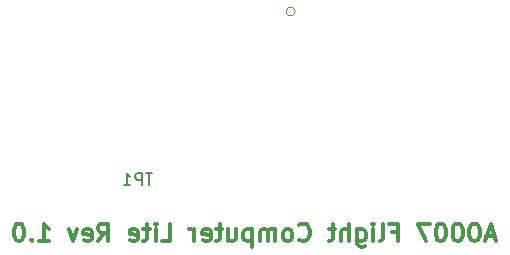
<source format=gbr>
%TF.GenerationSoftware,KiCad,Pcbnew,(6.0.10)*%
%TF.CreationDate,2023-02-02T13:34:45-07:00*%
%TF.ProjectId,Flight-Computer-Lite,466c6967-6874-42d4-936f-6d7075746572,rev?*%
%TF.SameCoordinates,Original*%
%TF.FileFunction,Legend,Bot*%
%TF.FilePolarity,Positive*%
%FSLAX46Y46*%
G04 Gerber Fmt 4.6, Leading zero omitted, Abs format (unit mm)*
G04 Created by KiCad (PCBNEW (6.0.10)) date 2023-02-02 13:34:45*
%MOMM*%
%LPD*%
G01*
G04 APERTURE LIST*
%ADD10C,0.300000*%
%ADD11C,0.150000*%
%ADD12C,0.120000*%
G04 APERTURE END LIST*
D10*
X198909285Y-108657200D02*
X198195000Y-108657200D01*
X199052142Y-109085771D02*
X198552142Y-107585771D01*
X198052142Y-109085771D01*
X197266428Y-107585771D02*
X197123571Y-107585771D01*
X196980714Y-107657200D01*
X196909285Y-107728628D01*
X196837857Y-107871485D01*
X196766428Y-108157200D01*
X196766428Y-108514342D01*
X196837857Y-108800057D01*
X196909285Y-108942914D01*
X196980714Y-109014342D01*
X197123571Y-109085771D01*
X197266428Y-109085771D01*
X197409285Y-109014342D01*
X197480714Y-108942914D01*
X197552142Y-108800057D01*
X197623571Y-108514342D01*
X197623571Y-108157200D01*
X197552142Y-107871485D01*
X197480714Y-107728628D01*
X197409285Y-107657200D01*
X197266428Y-107585771D01*
X195837857Y-107585771D02*
X195695000Y-107585771D01*
X195552142Y-107657200D01*
X195480714Y-107728628D01*
X195409285Y-107871485D01*
X195337857Y-108157200D01*
X195337857Y-108514342D01*
X195409285Y-108800057D01*
X195480714Y-108942914D01*
X195552142Y-109014342D01*
X195695000Y-109085771D01*
X195837857Y-109085771D01*
X195980714Y-109014342D01*
X196052142Y-108942914D01*
X196123571Y-108800057D01*
X196195000Y-108514342D01*
X196195000Y-108157200D01*
X196123571Y-107871485D01*
X196052142Y-107728628D01*
X195980714Y-107657200D01*
X195837857Y-107585771D01*
X194409285Y-107585771D02*
X194266428Y-107585771D01*
X194123571Y-107657200D01*
X194052142Y-107728628D01*
X193980714Y-107871485D01*
X193909285Y-108157200D01*
X193909285Y-108514342D01*
X193980714Y-108800057D01*
X194052142Y-108942914D01*
X194123571Y-109014342D01*
X194266428Y-109085771D01*
X194409285Y-109085771D01*
X194552142Y-109014342D01*
X194623571Y-108942914D01*
X194695000Y-108800057D01*
X194766428Y-108514342D01*
X194766428Y-108157200D01*
X194695000Y-107871485D01*
X194623571Y-107728628D01*
X194552142Y-107657200D01*
X194409285Y-107585771D01*
X193409285Y-107585771D02*
X192409285Y-107585771D01*
X193052142Y-109085771D01*
X190195000Y-108300057D02*
X190695000Y-108300057D01*
X190695000Y-109085771D02*
X190695000Y-107585771D01*
X189980714Y-107585771D01*
X189195000Y-109085771D02*
X189337857Y-109014342D01*
X189409285Y-108871485D01*
X189409285Y-107585771D01*
X188623571Y-109085771D02*
X188623571Y-108085771D01*
X188623571Y-107585771D02*
X188695000Y-107657200D01*
X188623571Y-107728628D01*
X188552142Y-107657200D01*
X188623571Y-107585771D01*
X188623571Y-107728628D01*
X187266428Y-108085771D02*
X187266428Y-109300057D01*
X187337857Y-109442914D01*
X187409285Y-109514342D01*
X187552142Y-109585771D01*
X187766428Y-109585771D01*
X187909285Y-109514342D01*
X187266428Y-109014342D02*
X187409285Y-109085771D01*
X187695000Y-109085771D01*
X187837857Y-109014342D01*
X187909285Y-108942914D01*
X187980714Y-108800057D01*
X187980714Y-108371485D01*
X187909285Y-108228628D01*
X187837857Y-108157200D01*
X187695000Y-108085771D01*
X187409285Y-108085771D01*
X187266428Y-108157200D01*
X186552142Y-109085771D02*
X186552142Y-107585771D01*
X185909285Y-109085771D02*
X185909285Y-108300057D01*
X185980714Y-108157200D01*
X186123571Y-108085771D01*
X186337857Y-108085771D01*
X186480714Y-108157200D01*
X186552142Y-108228628D01*
X185409285Y-108085771D02*
X184837857Y-108085771D01*
X185195000Y-107585771D02*
X185195000Y-108871485D01*
X185123571Y-109014342D01*
X184980714Y-109085771D01*
X184837857Y-109085771D01*
X182337857Y-108942914D02*
X182409285Y-109014342D01*
X182623571Y-109085771D01*
X182766428Y-109085771D01*
X182980714Y-109014342D01*
X183123571Y-108871485D01*
X183195000Y-108728628D01*
X183266428Y-108442914D01*
X183266428Y-108228628D01*
X183195000Y-107942914D01*
X183123571Y-107800057D01*
X182980714Y-107657200D01*
X182766428Y-107585771D01*
X182623571Y-107585771D01*
X182409285Y-107657200D01*
X182337857Y-107728628D01*
X181480714Y-109085771D02*
X181623571Y-109014342D01*
X181695000Y-108942914D01*
X181766428Y-108800057D01*
X181766428Y-108371485D01*
X181695000Y-108228628D01*
X181623571Y-108157200D01*
X181480714Y-108085771D01*
X181266428Y-108085771D01*
X181123571Y-108157200D01*
X181052142Y-108228628D01*
X180980714Y-108371485D01*
X180980714Y-108800057D01*
X181052142Y-108942914D01*
X181123571Y-109014342D01*
X181266428Y-109085771D01*
X181480714Y-109085771D01*
X180337857Y-109085771D02*
X180337857Y-108085771D01*
X180337857Y-108228628D02*
X180266428Y-108157200D01*
X180123571Y-108085771D01*
X179909285Y-108085771D01*
X179766428Y-108157200D01*
X179695000Y-108300057D01*
X179695000Y-109085771D01*
X179695000Y-108300057D02*
X179623571Y-108157200D01*
X179480714Y-108085771D01*
X179266428Y-108085771D01*
X179123571Y-108157200D01*
X179052142Y-108300057D01*
X179052142Y-109085771D01*
X178337857Y-108085771D02*
X178337857Y-109585771D01*
X178337857Y-108157200D02*
X178195000Y-108085771D01*
X177909285Y-108085771D01*
X177766428Y-108157200D01*
X177695000Y-108228628D01*
X177623571Y-108371485D01*
X177623571Y-108800057D01*
X177695000Y-108942914D01*
X177766428Y-109014342D01*
X177909285Y-109085771D01*
X178195000Y-109085771D01*
X178337857Y-109014342D01*
X176337857Y-108085771D02*
X176337857Y-109085771D01*
X176980714Y-108085771D02*
X176980714Y-108871485D01*
X176909285Y-109014342D01*
X176766428Y-109085771D01*
X176552142Y-109085771D01*
X176409285Y-109014342D01*
X176337857Y-108942914D01*
X175837857Y-108085771D02*
X175266428Y-108085771D01*
X175623571Y-107585771D02*
X175623571Y-108871485D01*
X175552142Y-109014342D01*
X175409285Y-109085771D01*
X175266428Y-109085771D01*
X174195000Y-109014342D02*
X174337857Y-109085771D01*
X174623571Y-109085771D01*
X174766428Y-109014342D01*
X174837857Y-108871485D01*
X174837857Y-108300057D01*
X174766428Y-108157200D01*
X174623571Y-108085771D01*
X174337857Y-108085771D01*
X174195000Y-108157200D01*
X174123571Y-108300057D01*
X174123571Y-108442914D01*
X174837857Y-108585771D01*
X173480714Y-109085771D02*
X173480714Y-108085771D01*
X173480714Y-108371485D02*
X173409285Y-108228628D01*
X173337857Y-108157200D01*
X173195000Y-108085771D01*
X173052142Y-108085771D01*
X170695000Y-109085771D02*
X171409285Y-109085771D01*
X171409285Y-107585771D01*
X170195000Y-109085771D02*
X170195000Y-108085771D01*
X170195000Y-107585771D02*
X170266428Y-107657200D01*
X170195000Y-107728628D01*
X170123571Y-107657200D01*
X170195000Y-107585771D01*
X170195000Y-107728628D01*
X169695000Y-108085771D02*
X169123571Y-108085771D01*
X169480714Y-107585771D02*
X169480714Y-108871485D01*
X169409285Y-109014342D01*
X169266428Y-109085771D01*
X169123571Y-109085771D01*
X168052142Y-109014342D02*
X168195000Y-109085771D01*
X168480714Y-109085771D01*
X168623571Y-109014342D01*
X168695000Y-108871485D01*
X168695000Y-108300057D01*
X168623571Y-108157200D01*
X168480714Y-108085771D01*
X168195000Y-108085771D01*
X168052142Y-108157200D01*
X167980714Y-108300057D01*
X167980714Y-108442914D01*
X168695000Y-108585771D01*
X165337857Y-109085771D02*
X165837857Y-108371485D01*
X166195000Y-109085771D02*
X166195000Y-107585771D01*
X165623571Y-107585771D01*
X165480714Y-107657200D01*
X165409285Y-107728628D01*
X165337857Y-107871485D01*
X165337857Y-108085771D01*
X165409285Y-108228628D01*
X165480714Y-108300057D01*
X165623571Y-108371485D01*
X166195000Y-108371485D01*
X164123571Y-109014342D02*
X164266428Y-109085771D01*
X164552142Y-109085771D01*
X164695000Y-109014342D01*
X164766428Y-108871485D01*
X164766428Y-108300057D01*
X164695000Y-108157200D01*
X164552142Y-108085771D01*
X164266428Y-108085771D01*
X164123571Y-108157200D01*
X164052142Y-108300057D01*
X164052142Y-108442914D01*
X164766428Y-108585771D01*
X163552142Y-108085771D02*
X163195000Y-109085771D01*
X162837857Y-108085771D01*
X160337857Y-109085771D02*
X161195000Y-109085771D01*
X160766428Y-109085771D02*
X160766428Y-107585771D01*
X160909285Y-107800057D01*
X161052142Y-107942914D01*
X161195000Y-108014342D01*
X159695000Y-108942914D02*
X159623571Y-109014342D01*
X159695000Y-109085771D01*
X159766428Y-109014342D01*
X159695000Y-108942914D01*
X159695000Y-109085771D01*
X158695000Y-107585771D02*
X158552142Y-107585771D01*
X158409285Y-107657200D01*
X158337857Y-107728628D01*
X158266428Y-107871485D01*
X158195000Y-108157200D01*
X158195000Y-108514342D01*
X158266428Y-108800057D01*
X158337857Y-108942914D01*
X158409285Y-109014342D01*
X158552142Y-109085771D01*
X158695000Y-109085771D01*
X158837857Y-109014342D01*
X158909285Y-108942914D01*
X158980714Y-108800057D01*
X159052142Y-108514342D01*
X159052142Y-108157200D01*
X158980714Y-107871485D01*
X158909285Y-107728628D01*
X158837857Y-107657200D01*
X158695000Y-107585771D01*
D11*
%TO.C,TP1*%
X169917904Y-103338380D02*
X169346476Y-103338380D01*
X169632190Y-104338380D02*
X169632190Y-103338380D01*
X169013142Y-104338380D02*
X169013142Y-103338380D01*
X168632190Y-103338380D01*
X168536952Y-103386000D01*
X168489333Y-103433619D01*
X168441714Y-103528857D01*
X168441714Y-103671714D01*
X168489333Y-103766952D01*
X168536952Y-103814571D01*
X168632190Y-103862190D01*
X169013142Y-103862190D01*
X167489333Y-104338380D02*
X168060761Y-104338380D01*
X167775047Y-104338380D02*
X167775047Y-103338380D01*
X167870285Y-103481238D01*
X167965523Y-103576476D01*
X168060761Y-103624095D01*
D12*
%TO.C,P4*%
X182007203Y-89635301D02*
G75*
G03*
X182007203Y-89635301I-381000J0D01*
G01*
%TD*%
M02*

</source>
